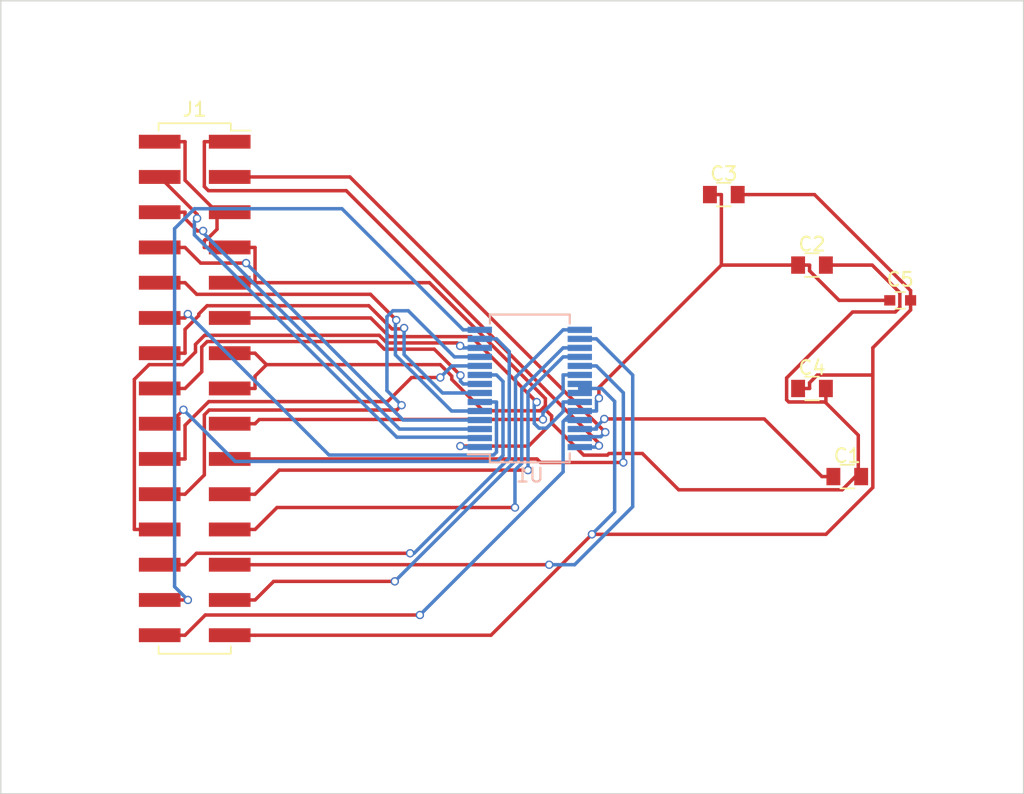
<source format=kicad_pcb>
(kicad_pcb (version 4) (host pcbnew 4.0.6)

  (general
    (links 42)
    (no_connects 0)
    (area 120.599999 77.419999 194.360001 134.670001)
    (thickness 1.6)
    (drawings 4)
    (tracks 321)
    (zones 0)
    (modules 7)
    (nets 27)
  )

  (page A4)
  (layers
    (0 F.Cu signal)
    (31 B.Cu signal)
    (32 B.Adhes user)
    (33 F.Adhes user)
    (34 B.Paste user)
    (35 F.Paste user)
    (36 B.SilkS user)
    (37 F.SilkS user)
    (38 B.Mask user)
    (39 F.Mask user)
    (40 Dwgs.User user)
    (41 Cmts.User user)
    (42 Eco1.User user)
    (43 Eco2.User user)
    (44 Edge.Cuts user)
    (45 Margin user)
    (46 B.CrtYd user)
    (47 F.CrtYd user)
    (48 B.Fab user)
    (49 F.Fab user)
  )

  (setup
    (last_trace_width 0.25)
    (trace_clearance 0.2)
    (zone_clearance 0.508)
    (zone_45_only no)
    (trace_min 0.2)
    (segment_width 0.1)
    (edge_width 0.1)
    (via_size 0.6)
    (via_drill 0.4)
    (via_min_size 0.4)
    (via_min_drill 0.3)
    (uvia_size 0.3)
    (uvia_drill 0.1)
    (uvias_allowed no)
    (uvia_min_size 0.2)
    (uvia_min_drill 0.1)
    (pcb_text_width 0.3)
    (pcb_text_size 1.5 1.5)
    (mod_edge_width 0.15)
    (mod_text_size 1 1)
    (mod_text_width 0.15)
    (pad_size 1.5 1.5)
    (pad_drill 0.6)
    (pad_to_mask_clearance 0)
    (aux_axis_origin 0 0)
    (visible_elements 7FFFFFFF)
    (pcbplotparams
      (layerselection 0x00030_80000001)
      (usegerberextensions false)
      (excludeedgelayer true)
      (linewidth 0.100000)
      (plotframeref false)
      (viasonmask false)
      (mode 1)
      (useauxorigin false)
      (hpglpennumber 1)
      (hpglpenspeed 20)
      (hpglpendiameter 15)
      (hpglpenoverlay 2)
      (psnegative false)
      (psa4output false)
      (plotreference true)
      (plotvalue true)
      (plotinvisibletext false)
      (padsonsilk false)
      (subtractmaskfromsilk false)
      (outputformat 1)
      (mirror false)
      (drillshape 1)
      (scaleselection 1)
      (outputdirectory ""))
  )

  (net 0 "")
  (net 1 "Net-(C1-Pad1)")
  (net 2 /analog-ground)
  (net 3 /lower-ref-V)
  (net 4 /upper-ref-V)
  (net 5 "Net-(J1-Pad1)")
  (net 6 "Net-(J1-Pad3)")
  (net 7 "Net-(J1-Pad4)")
  (net 8 "Net-(J1-Pad6)")
  (net 9 "Net-(J1-Pad8)")
  (net 10 "Net-(J1-Pad10)")
  (net 11 "Net-(J1-Pad11)")
  (net 12 "Net-(J1-Pad12)")
  (net 13 "Net-(J1-Pad14)")
  (net 14 "Net-(J1-Pad16)")
  (net 15 "Net-(J1-Pad17)")
  (net 16 "Net-(J1-Pad18)")
  (net 17 "Net-(J1-Pad19)")
  (net 18 "Net-(J1-Pad20)")
  (net 19 "Net-(J1-Pad21)")
  (net 20 "Net-(J1-Pad22)")
  (net 21 "Net-(J1-Pad23)")
  (net 22 "Net-(J1-Pad24)")
  (net 23 "Net-(J1-Pad25)")
  (net 24 "Net-(J1-Pad26)")
  (net 25 "Net-(J1-Pad27)")
  (net 26 "Net-(J1-Pad28)")

  (net_class Default "This is the default net class."
    (clearance 0.2)
    (trace_width 0.25)
    (via_dia 0.6)
    (via_drill 0.4)
    (uvia_dia 0.3)
    (uvia_drill 0.1)
    (add_net /analog-ground)
    (add_net /lower-ref-V)
    (add_net /upper-ref-V)
    (add_net "Net-(C1-Pad1)")
    (add_net "Net-(J1-Pad1)")
    (add_net "Net-(J1-Pad10)")
    (add_net "Net-(J1-Pad11)")
    (add_net "Net-(J1-Pad12)")
    (add_net "Net-(J1-Pad14)")
    (add_net "Net-(J1-Pad16)")
    (add_net "Net-(J1-Pad17)")
    (add_net "Net-(J1-Pad18)")
    (add_net "Net-(J1-Pad19)")
    (add_net "Net-(J1-Pad20)")
    (add_net "Net-(J1-Pad21)")
    (add_net "Net-(J1-Pad22)")
    (add_net "Net-(J1-Pad23)")
    (add_net "Net-(J1-Pad24)")
    (add_net "Net-(J1-Pad25)")
    (add_net "Net-(J1-Pad26)")
    (add_net "Net-(J1-Pad27)")
    (add_net "Net-(J1-Pad28)")
    (add_net "Net-(J1-Pad3)")
    (add_net "Net-(J1-Pad4)")
    (add_net "Net-(J1-Pad6)")
    (add_net "Net-(J1-Pad8)")
  )

  (module Capacitors_SMD:C_0805 (layer F.Cu) (tedit 58AA8463) (tstamp 5988E382)
    (at 181.61 111.76)
    (descr "Capacitor SMD 0805, reflow soldering, AVX (see smccp.pdf)")
    (tags "capacitor 0805")
    (path /5986FFEB)
    (attr smd)
    (fp_text reference C1 (at 0 -1.5) (layer F.SilkS)
      (effects (font (size 1 1) (thickness 0.15)))
    )
    (fp_text value 0.1uF (at 0 1.75) (layer F.Fab)
      (effects (font (size 1 1) (thickness 0.15)))
    )
    (fp_text user %R (at 0 -1.5) (layer F.Fab)
      (effects (font (size 1 1) (thickness 0.15)))
    )
    (fp_line (start -1 0.62) (end -1 -0.62) (layer F.Fab) (width 0.1))
    (fp_line (start 1 0.62) (end -1 0.62) (layer F.Fab) (width 0.1))
    (fp_line (start 1 -0.62) (end 1 0.62) (layer F.Fab) (width 0.1))
    (fp_line (start -1 -0.62) (end 1 -0.62) (layer F.Fab) (width 0.1))
    (fp_line (start 0.5 -0.85) (end -0.5 -0.85) (layer F.SilkS) (width 0.12))
    (fp_line (start -0.5 0.85) (end 0.5 0.85) (layer F.SilkS) (width 0.12))
    (fp_line (start -1.75 -0.88) (end 1.75 -0.88) (layer F.CrtYd) (width 0.05))
    (fp_line (start -1.75 -0.88) (end -1.75 0.87) (layer F.CrtYd) (width 0.05))
    (fp_line (start 1.75 0.87) (end 1.75 -0.88) (layer F.CrtYd) (width 0.05))
    (fp_line (start 1.75 0.87) (end -1.75 0.87) (layer F.CrtYd) (width 0.05))
    (pad 1 smd rect (at -1 0) (size 1 1.25) (layers F.Cu F.Paste F.Mask)
      (net 1 "Net-(C1-Pad1)"))
    (pad 2 smd rect (at 1 0) (size 1 1.25) (layers F.Cu F.Paste F.Mask)
      (net 2 /analog-ground))
    (model Capacitors_SMD.3dshapes/C_0805.wrl
      (at (xyz 0 0 0))
      (scale (xyz 1 1 1))
      (rotate (xyz 0 0 0))
    )
  )

  (module Capacitors_SMD:C_0805 (layer F.Cu) (tedit 58AA8463) (tstamp 5988E388)
    (at 179.07 96.52)
    (descr "Capacitor SMD 0805, reflow soldering, AVX (see smccp.pdf)")
    (tags "capacitor 0805")
    (path /598706E8)
    (attr smd)
    (fp_text reference C2 (at 0 -1.5) (layer F.SilkS)
      (effects (font (size 1 1) (thickness 0.15)))
    )
    (fp_text value 0.1uF (at 0 1.75) (layer F.Fab)
      (effects (font (size 1 1) (thickness 0.15)))
    )
    (fp_text user %R (at 0 -1.5) (layer F.Fab)
      (effects (font (size 1 1) (thickness 0.15)))
    )
    (fp_line (start -1 0.62) (end -1 -0.62) (layer F.Fab) (width 0.1))
    (fp_line (start 1 0.62) (end -1 0.62) (layer F.Fab) (width 0.1))
    (fp_line (start 1 -0.62) (end 1 0.62) (layer F.Fab) (width 0.1))
    (fp_line (start -1 -0.62) (end 1 -0.62) (layer F.Fab) (width 0.1))
    (fp_line (start 0.5 -0.85) (end -0.5 -0.85) (layer F.SilkS) (width 0.12))
    (fp_line (start -0.5 0.85) (end 0.5 0.85) (layer F.SilkS) (width 0.12))
    (fp_line (start -1.75 -0.88) (end 1.75 -0.88) (layer F.CrtYd) (width 0.05))
    (fp_line (start -1.75 -0.88) (end -1.75 0.87) (layer F.CrtYd) (width 0.05))
    (fp_line (start 1.75 0.87) (end 1.75 -0.88) (layer F.CrtYd) (width 0.05))
    (fp_line (start 1.75 0.87) (end -1.75 0.87) (layer F.CrtYd) (width 0.05))
    (pad 1 smd rect (at -1 0) (size 1 1.25) (layers F.Cu F.Paste F.Mask)
      (net 3 /lower-ref-V))
    (pad 2 smd rect (at 1 0) (size 1 1.25) (layers F.Cu F.Paste F.Mask)
      (net 2 /analog-ground))
    (model Capacitors_SMD.3dshapes/C_0805.wrl
      (at (xyz 0 0 0))
      (scale (xyz 1 1 1))
      (rotate (xyz 0 0 0))
    )
  )

  (module Capacitors_SMD:C_0805 (layer F.Cu) (tedit 58AA8463) (tstamp 5988E38E)
    (at 172.72 91.44)
    (descr "Capacitor SMD 0805, reflow soldering, AVX (see smccp.pdf)")
    (tags "capacitor 0805")
    (path /598707D4)
    (attr smd)
    (fp_text reference C3 (at 0 -1.5) (layer F.SilkS)
      (effects (font (size 1 1) (thickness 0.15)))
    )
    (fp_text value 0.1uF (at 0 1.75) (layer F.Fab)
      (effects (font (size 1 1) (thickness 0.15)))
    )
    (fp_text user %R (at 0 -1.5) (layer F.Fab)
      (effects (font (size 1 1) (thickness 0.15)))
    )
    (fp_line (start -1 0.62) (end -1 -0.62) (layer F.Fab) (width 0.1))
    (fp_line (start 1 0.62) (end -1 0.62) (layer F.Fab) (width 0.1))
    (fp_line (start 1 -0.62) (end 1 0.62) (layer F.Fab) (width 0.1))
    (fp_line (start -1 -0.62) (end 1 -0.62) (layer F.Fab) (width 0.1))
    (fp_line (start 0.5 -0.85) (end -0.5 -0.85) (layer F.SilkS) (width 0.12))
    (fp_line (start -0.5 0.85) (end 0.5 0.85) (layer F.SilkS) (width 0.12))
    (fp_line (start -1.75 -0.88) (end 1.75 -0.88) (layer F.CrtYd) (width 0.05))
    (fp_line (start -1.75 -0.88) (end -1.75 0.87) (layer F.CrtYd) (width 0.05))
    (fp_line (start 1.75 0.87) (end 1.75 -0.88) (layer F.CrtYd) (width 0.05))
    (fp_line (start 1.75 0.87) (end -1.75 0.87) (layer F.CrtYd) (width 0.05))
    (pad 1 smd rect (at -1 0) (size 1 1.25) (layers F.Cu F.Paste F.Mask)
      (net 3 /lower-ref-V))
    (pad 2 smd rect (at 1 0) (size 1 1.25) (layers F.Cu F.Paste F.Mask)
      (net 4 /upper-ref-V))
    (model Capacitors_SMD.3dshapes/C_0805.wrl
      (at (xyz 0 0 0))
      (scale (xyz 1 1 1))
      (rotate (xyz 0 0 0))
    )
  )

  (module Capacitors_SMD:C_0805 (layer F.Cu) (tedit 58AA8463) (tstamp 5988E394)
    (at 179.07 105.41)
    (descr "Capacitor SMD 0805, reflow soldering, AVX (see smccp.pdf)")
    (tags "capacitor 0805")
    (path /59870C94)
    (attr smd)
    (fp_text reference C4 (at 0 -1.5) (layer F.SilkS)
      (effects (font (size 1 1) (thickness 0.15)))
    )
    (fp_text value 0.1uF (at 0 1.75) (layer F.Fab)
      (effects (font (size 1 1) (thickness 0.15)))
    )
    (fp_text user %R (at 0 -1.5) (layer F.Fab)
      (effects (font (size 1 1) (thickness 0.15)))
    )
    (fp_line (start -1 0.62) (end -1 -0.62) (layer F.Fab) (width 0.1))
    (fp_line (start 1 0.62) (end -1 0.62) (layer F.Fab) (width 0.1))
    (fp_line (start 1 -0.62) (end 1 0.62) (layer F.Fab) (width 0.1))
    (fp_line (start -1 -0.62) (end 1 -0.62) (layer F.Fab) (width 0.1))
    (fp_line (start 0.5 -0.85) (end -0.5 -0.85) (layer F.SilkS) (width 0.12))
    (fp_line (start -0.5 0.85) (end 0.5 0.85) (layer F.SilkS) (width 0.12))
    (fp_line (start -1.75 -0.88) (end 1.75 -0.88) (layer F.CrtYd) (width 0.05))
    (fp_line (start -1.75 -0.88) (end -1.75 0.87) (layer F.CrtYd) (width 0.05))
    (fp_line (start 1.75 0.87) (end 1.75 -0.88) (layer F.CrtYd) (width 0.05))
    (fp_line (start 1.75 0.87) (end -1.75 0.87) (layer F.CrtYd) (width 0.05))
    (pad 1 smd rect (at -1 0) (size 1 1.25) (layers F.Cu F.Paste F.Mask)
      (net 4 /upper-ref-V))
    (pad 2 smd rect (at 1 0) (size 1 1.25) (layers F.Cu F.Paste F.Mask)
      (net 2 /analog-ground))
    (model Capacitors_SMD.3dshapes/C_0805.wrl
      (at (xyz 0 0 0))
      (scale (xyz 1 1 1))
      (rotate (xyz 0 0 0))
    )
  )

  (module Capacitors_SMD:C_0603 (layer F.Cu) (tedit 58AA844E) (tstamp 5988E39A)
    (at 185.42 99.06)
    (descr "Capacitor SMD 0603, reflow soldering, AVX (see smccp.pdf)")
    (tags "capacitor 0603")
    (path /59870B4F)
    (attr smd)
    (fp_text reference C5 (at 0 -1.5) (layer F.SilkS)
      (effects (font (size 1 1) (thickness 0.15)))
    )
    (fp_text value 10uF (at 0 1.5) (layer F.Fab)
      (effects (font (size 1 1) (thickness 0.15)))
    )
    (fp_text user %R (at 0 -1.5) (layer F.Fab)
      (effects (font (size 1 1) (thickness 0.15)))
    )
    (fp_line (start -0.8 0.4) (end -0.8 -0.4) (layer F.Fab) (width 0.1))
    (fp_line (start 0.8 0.4) (end -0.8 0.4) (layer F.Fab) (width 0.1))
    (fp_line (start 0.8 -0.4) (end 0.8 0.4) (layer F.Fab) (width 0.1))
    (fp_line (start -0.8 -0.4) (end 0.8 -0.4) (layer F.Fab) (width 0.1))
    (fp_line (start -0.35 -0.6) (end 0.35 -0.6) (layer F.SilkS) (width 0.12))
    (fp_line (start 0.35 0.6) (end -0.35 0.6) (layer F.SilkS) (width 0.12))
    (fp_line (start -1.4 -0.65) (end 1.4 -0.65) (layer F.CrtYd) (width 0.05))
    (fp_line (start -1.4 -0.65) (end -1.4 0.65) (layer F.CrtYd) (width 0.05))
    (fp_line (start 1.4 0.65) (end 1.4 -0.65) (layer F.CrtYd) (width 0.05))
    (fp_line (start 1.4 0.65) (end -1.4 0.65) (layer F.CrtYd) (width 0.05))
    (pad 1 smd rect (at -0.75 0) (size 0.8 0.75) (layers F.Cu F.Paste F.Mask)
      (net 3 /lower-ref-V))
    (pad 2 smd rect (at 0.75 0) (size 0.8 0.75) (layers F.Cu F.Paste F.Mask)
      (net 4 /upper-ref-V))
    (model Capacitors_SMD.3dshapes/C_0603.wrl
      (at (xyz 0 0 0))
      (scale (xyz 1 1 1))
      (rotate (xyz 0 0 0))
    )
  )

  (module Socket_Strips:Socket_Strip_Straight_2x15_Pitch2.54mm_SMD (layer F.Cu) (tedit 58CD5449) (tstamp 5988E444)
    (at 134.62 105.41)
    (descr "surface-mounted straight socket strip, 2x15, 2.54mm pitch, double rows")
    (tags "Surface mounted socket strip SMD 2x15 2.54mm double row")
    (path /5986F0F6)
    (attr smd)
    (fp_text reference J1 (at 0 -20.11) (layer F.SilkS)
      (effects (font (size 1 1) (thickness 0.15)))
    )
    (fp_text value CONN_02X15 (at 0 20.11) (layer F.Fab)
      (effects (font (size 1 1) (thickness 0.15)))
    )
    (fp_line (start -2.54 -19.05) (end -2.54 19.05) (layer F.Fab) (width 0.1))
    (fp_line (start -2.54 19.05) (end 2.54 19.05) (layer F.Fab) (width 0.1))
    (fp_line (start 2.54 19.05) (end 2.54 -19.05) (layer F.Fab) (width 0.1))
    (fp_line (start 2.54 -19.05) (end -2.54 -19.05) (layer F.Fab) (width 0.1))
    (fp_line (start -2.54 -18.1) (end -2.54 -17.46) (layer F.Fab) (width 0.1))
    (fp_line (start -2.54 -17.46) (end -3.92 -17.46) (layer F.Fab) (width 0.1))
    (fp_line (start -3.92 -17.46) (end -3.92 -18.1) (layer F.Fab) (width 0.1))
    (fp_line (start -3.92 -18.1) (end -2.54 -18.1) (layer F.Fab) (width 0.1))
    (fp_line (start 2.54 -18.1) (end 2.54 -17.46) (layer F.Fab) (width 0.1))
    (fp_line (start 2.54 -17.46) (end 3.92 -17.46) (layer F.Fab) (width 0.1))
    (fp_line (start 3.92 -17.46) (end 3.92 -18.1) (layer F.Fab) (width 0.1))
    (fp_line (start 3.92 -18.1) (end 2.54 -18.1) (layer F.Fab) (width 0.1))
    (fp_line (start -2.54 -15.56) (end -2.54 -14.92) (layer F.Fab) (width 0.1))
    (fp_line (start -2.54 -14.92) (end -3.92 -14.92) (layer F.Fab) (width 0.1))
    (fp_line (start -3.92 -14.92) (end -3.92 -15.56) (layer F.Fab) (width 0.1))
    (fp_line (start -3.92 -15.56) (end -2.54 -15.56) (layer F.Fab) (width 0.1))
    (fp_line (start 2.54 -15.56) (end 2.54 -14.92) (layer F.Fab) (width 0.1))
    (fp_line (start 2.54 -14.92) (end 3.92 -14.92) (layer F.Fab) (width 0.1))
    (fp_line (start 3.92 -14.92) (end 3.92 -15.56) (layer F.Fab) (width 0.1))
    (fp_line (start 3.92 -15.56) (end 2.54 -15.56) (layer F.Fab) (width 0.1))
    (fp_line (start -2.54 -13.02) (end -2.54 -12.38) (layer F.Fab) (width 0.1))
    (fp_line (start -2.54 -12.38) (end -3.92 -12.38) (layer F.Fab) (width 0.1))
    (fp_line (start -3.92 -12.38) (end -3.92 -13.02) (layer F.Fab) (width 0.1))
    (fp_line (start -3.92 -13.02) (end -2.54 -13.02) (layer F.Fab) (width 0.1))
    (fp_line (start 2.54 -13.02) (end 2.54 -12.38) (layer F.Fab) (width 0.1))
    (fp_line (start 2.54 -12.38) (end 3.92 -12.38) (layer F.Fab) (width 0.1))
    (fp_line (start 3.92 -12.38) (end 3.92 -13.02) (layer F.Fab) (width 0.1))
    (fp_line (start 3.92 -13.02) (end 2.54 -13.02) (layer F.Fab) (width 0.1))
    (fp_line (start -2.54 -10.48) (end -2.54 -9.84) (layer F.Fab) (width 0.1))
    (fp_line (start -2.54 -9.84) (end -3.92 -9.84) (layer F.Fab) (width 0.1))
    (fp_line (start -3.92 -9.84) (end -3.92 -10.48) (layer F.Fab) (width 0.1))
    (fp_line (start -3.92 -10.48) (end -2.54 -10.48) (layer F.Fab) (width 0.1))
    (fp_line (start 2.54 -10.48) (end 2.54 -9.84) (layer F.Fab) (width 0.1))
    (fp_line (start 2.54 -9.84) (end 3.92 -9.84) (layer F.Fab) (width 0.1))
    (fp_line (start 3.92 -9.84) (end 3.92 -10.48) (layer F.Fab) (width 0.1))
    (fp_line (start 3.92 -10.48) (end 2.54 -10.48) (layer F.Fab) (width 0.1))
    (fp_line (start -2.54 -7.94) (end -2.54 -7.3) (layer F.Fab) (width 0.1))
    (fp_line (start -2.54 -7.3) (end -3.92 -7.3) (layer F.Fab) (width 0.1))
    (fp_line (start -3.92 -7.3) (end -3.92 -7.94) (layer F.Fab) (width 0.1))
    (fp_line (start -3.92 -7.94) (end -2.54 -7.94) (layer F.Fab) (width 0.1))
    (fp_line (start 2.54 -7.94) (end 2.54 -7.3) (layer F.Fab) (width 0.1))
    (fp_line (start 2.54 -7.3) (end 3.92 -7.3) (layer F.Fab) (width 0.1))
    (fp_line (start 3.92 -7.3) (end 3.92 -7.94) (layer F.Fab) (width 0.1))
    (fp_line (start 3.92 -7.94) (end 2.54 -7.94) (layer F.Fab) (width 0.1))
    (fp_line (start -2.54 -5.4) (end -2.54 -4.76) (layer F.Fab) (width 0.1))
    (fp_line (start -2.54 -4.76) (end -3.92 -4.76) (layer F.Fab) (width 0.1))
    (fp_line (start -3.92 -4.76) (end -3.92 -5.4) (layer F.Fab) (width 0.1))
    (fp_line (start -3.92 -5.4) (end -2.54 -5.4) (layer F.Fab) (width 0.1))
    (fp_line (start 2.54 -5.4) (end 2.54 -4.76) (layer F.Fab) (width 0.1))
    (fp_line (start 2.54 -4.76) (end 3.92 -4.76) (layer F.Fab) (width 0.1))
    (fp_line (start 3.92 -4.76) (end 3.92 -5.4) (layer F.Fab) (width 0.1))
    (fp_line (start 3.92 -5.4) (end 2.54 -5.4) (layer F.Fab) (width 0.1))
    (fp_line (start -2.54 -2.86) (end -2.54 -2.22) (layer F.Fab) (width 0.1))
    (fp_line (start -2.54 -2.22) (end -3.92 -2.22) (layer F.Fab) (width 0.1))
    (fp_line (start -3.92 -2.22) (end -3.92 -2.86) (layer F.Fab) (width 0.1))
    (fp_line (start -3.92 -2.86) (end -2.54 -2.86) (layer F.Fab) (width 0.1))
    (fp_line (start 2.54 -2.86) (end 2.54 -2.22) (layer F.Fab) (width 0.1))
    (fp_line (start 2.54 -2.22) (end 3.92 -2.22) (layer F.Fab) (width 0.1))
    (fp_line (start 3.92 -2.22) (end 3.92 -2.86) (layer F.Fab) (width 0.1))
    (fp_line (start 3.92 -2.86) (end 2.54 -2.86) (layer F.Fab) (width 0.1))
    (fp_line (start -2.54 -0.32) (end -2.54 0.32) (layer F.Fab) (width 0.1))
    (fp_line (start -2.54 0.32) (end -3.92 0.32) (layer F.Fab) (width 0.1))
    (fp_line (start -3.92 0.32) (end -3.92 -0.32) (layer F.Fab) (width 0.1))
    (fp_line (start -3.92 -0.32) (end -2.54 -0.32) (layer F.Fab) (width 0.1))
    (fp_line (start 2.54 -0.32) (end 2.54 0.32) (layer F.Fab) (width 0.1))
    (fp_line (start 2.54 0.32) (end 3.92 0.32) (layer F.Fab) (width 0.1))
    (fp_line (start 3.92 0.32) (end 3.92 -0.32) (layer F.Fab) (width 0.1))
    (fp_line (start 3.92 -0.32) (end 2.54 -0.32) (layer F.Fab) (width 0.1))
    (fp_line (start -2.54 2.22) (end -2.54 2.86) (layer F.Fab) (width 0.1))
    (fp_line (start -2.54 2.86) (end -3.92 2.86) (layer F.Fab) (width 0.1))
    (fp_line (start -3.92 2.86) (end -3.92 2.22) (layer F.Fab) (width 0.1))
    (fp_line (start -3.92 2.22) (end -2.54 2.22) (layer F.Fab) (width 0.1))
    (fp_line (start 2.54 2.22) (end 2.54 2.86) (layer F.Fab) (width 0.1))
    (fp_line (start 2.54 2.86) (end 3.92 2.86) (layer F.Fab) (width 0.1))
    (fp_line (start 3.92 2.86) (end 3.92 2.22) (layer F.Fab) (width 0.1))
    (fp_line (start 3.92 2.22) (end 2.54 2.22) (layer F.Fab) (width 0.1))
    (fp_line (start -2.54 4.76) (end -2.54 5.4) (layer F.Fab) (width 0.1))
    (fp_line (start -2.54 5.4) (end -3.92 5.4) (layer F.Fab) (width 0.1))
    (fp_line (start -3.92 5.4) (end -3.92 4.76) (layer F.Fab) (width 0.1))
    (fp_line (start -3.92 4.76) (end -2.54 4.76) (layer F.Fab) (width 0.1))
    (fp_line (start 2.54 4.76) (end 2.54 5.4) (layer F.Fab) (width 0.1))
    (fp_line (start 2.54 5.4) (end 3.92 5.4) (layer F.Fab) (width 0.1))
    (fp_line (start 3.92 5.4) (end 3.92 4.76) (layer F.Fab) (width 0.1))
    (fp_line (start 3.92 4.76) (end 2.54 4.76) (layer F.Fab) (width 0.1))
    (fp_line (start -2.54 7.3) (end -2.54 7.94) (layer F.Fab) (width 0.1))
    (fp_line (start -2.54 7.94) (end -3.92 7.94) (layer F.Fab) (width 0.1))
    (fp_line (start -3.92 7.94) (end -3.92 7.3) (layer F.Fab) (width 0.1))
    (fp_line (start -3.92 7.3) (end -2.54 7.3) (layer F.Fab) (width 0.1))
    (fp_line (start 2.54 7.3) (end 2.54 7.94) (layer F.Fab) (width 0.1))
    (fp_line (start 2.54 7.94) (end 3.92 7.94) (layer F.Fab) (width 0.1))
    (fp_line (start 3.92 7.94) (end 3.92 7.3) (layer F.Fab) (width 0.1))
    (fp_line (start 3.92 7.3) (end 2.54 7.3) (layer F.Fab) (width 0.1))
    (fp_line (start -2.54 9.84) (end -2.54 10.48) (layer F.Fab) (width 0.1))
    (fp_line (start -2.54 10.48) (end -3.92 10.48) (layer F.Fab) (width 0.1))
    (fp_line (start -3.92 10.48) (end -3.92 9.84) (layer F.Fab) (width 0.1))
    (fp_line (start -3.92 9.84) (end -2.54 9.84) (layer F.Fab) (width 0.1))
    (fp_line (start 2.54 9.84) (end 2.54 10.48) (layer F.Fab) (width 0.1))
    (fp_line (start 2.54 10.48) (end 3.92 10.48) (layer F.Fab) (width 0.1))
    (fp_line (start 3.92 10.48) (end 3.92 9.84) (layer F.Fab) (width 0.1))
    (fp_line (start 3.92 9.84) (end 2.54 9.84) (layer F.Fab) (width 0.1))
    (fp_line (start -2.54 12.38) (end -2.54 13.02) (layer F.Fab) (width 0.1))
    (fp_line (start -2.54 13.02) (end -3.92 13.02) (layer F.Fab) (width 0.1))
    (fp_line (start -3.92 13.02) (end -3.92 12.38) (layer F.Fab) (width 0.1))
    (fp_line (start -3.92 12.38) (end -2.54 12.38) (layer F.Fab) (width 0.1))
    (fp_line (start 2.54 12.38) (end 2.54 13.02) (layer F.Fab) (width 0.1))
    (fp_line (start 2.54 13.02) (end 3.92 13.02) (layer F.Fab) (width 0.1))
    (fp_line (start 3.92 13.02) (end 3.92 12.38) (layer F.Fab) (width 0.1))
    (fp_line (start 3.92 12.38) (end 2.54 12.38) (layer F.Fab) (width 0.1))
    (fp_line (start -2.54 14.92) (end -2.54 15.56) (layer F.Fab) (width 0.1))
    (fp_line (start -2.54 15.56) (end -3.92 15.56) (layer F.Fab) (width 0.1))
    (fp_line (start -3.92 15.56) (end -3.92 14.92) (layer F.Fab) (width 0.1))
    (fp_line (start -3.92 14.92) (end -2.54 14.92) (layer F.Fab) (width 0.1))
    (fp_line (start 2.54 14.92) (end 2.54 15.56) (layer F.Fab) (width 0.1))
    (fp_line (start 2.54 15.56) (end 3.92 15.56) (layer F.Fab) (width 0.1))
    (fp_line (start 3.92 15.56) (end 3.92 14.92) (layer F.Fab) (width 0.1))
    (fp_line (start 3.92 14.92) (end 2.54 14.92) (layer F.Fab) (width 0.1))
    (fp_line (start -2.54 17.46) (end -2.54 18.1) (layer F.Fab) (width 0.1))
    (fp_line (start -2.54 18.1) (end -3.92 18.1) (layer F.Fab) (width 0.1))
    (fp_line (start -3.92 18.1) (end -3.92 17.46) (layer F.Fab) (width 0.1))
    (fp_line (start -3.92 17.46) (end -2.54 17.46) (layer F.Fab) (width 0.1))
    (fp_line (start 2.54 17.46) (end 2.54 18.1) (layer F.Fab) (width 0.1))
    (fp_line (start 2.54 18.1) (end 3.92 18.1) (layer F.Fab) (width 0.1))
    (fp_line (start 3.92 18.1) (end 3.92 17.46) (layer F.Fab) (width 0.1))
    (fp_line (start 3.92 17.46) (end 2.54 17.46) (layer F.Fab) (width 0.1))
    (fp_line (start -2.6 -18.58) (end -2.6 -19.11) (layer F.SilkS) (width 0.12))
    (fp_line (start -2.6 -19.11) (end 2.6 -19.11) (layer F.SilkS) (width 0.12))
    (fp_line (start 2.6 -19.11) (end 2.6 -18.58) (layer F.SilkS) (width 0.12))
    (fp_line (start -2.6 18.58) (end -2.6 19.11) (layer F.SilkS) (width 0.12))
    (fp_line (start -2.6 19.11) (end 2.6 19.11) (layer F.SilkS) (width 0.12))
    (fp_line (start 2.6 19.11) (end 2.6 18.58) (layer F.SilkS) (width 0.12))
    (fp_line (start 4.02 -18.58) (end 2.6 -18.58) (layer F.SilkS) (width 0.12))
    (fp_line (start -4.55 -19.6) (end -4.55 19.6) (layer F.CrtYd) (width 0.05))
    (fp_line (start -4.55 19.6) (end 4.55 19.6) (layer F.CrtYd) (width 0.05))
    (fp_line (start 4.55 19.6) (end 4.55 -19.6) (layer F.CrtYd) (width 0.05))
    (fp_line (start 4.55 -19.6) (end -4.55 -19.6) (layer F.CrtYd) (width 0.05))
    (fp_text user %R (at 0 -20.11) (layer F.Fab)
      (effects (font (size 1 1) (thickness 0.15)))
    )
    (pad 1 smd rect (at 2.52 -17.78) (size 3 1) (layers F.Cu F.Paste F.Mask)
      (net 5 "Net-(J1-Pad1)"))
    (pad 2 smd rect (at -2.52 -17.78) (size 3 1) (layers F.Cu F.Paste F.Mask)
      (net 2 /analog-ground))
    (pad 3 smd rect (at 2.52 -15.24) (size 3 1) (layers F.Cu F.Paste F.Mask)
      (net 6 "Net-(J1-Pad3)"))
    (pad 4 smd rect (at -2.52 -15.24) (size 3 1) (layers F.Cu F.Paste F.Mask)
      (net 7 "Net-(J1-Pad4)"))
    (pad 5 smd rect (at 2.52 -12.7) (size 3 1) (layers F.Cu F.Paste F.Mask)
      (net 2 /analog-ground))
    (pad 6 smd rect (at -2.52 -12.7) (size 3 1) (layers F.Cu F.Paste F.Mask)
      (net 8 "Net-(J1-Pad6)"))
    (pad 7 smd rect (at 2.52 -10.16) (size 3 1) (layers F.Cu F.Paste F.Mask)
      (net 2 /analog-ground))
    (pad 8 smd rect (at -2.52 -10.16) (size 3 1) (layers F.Cu F.Paste F.Mask)
      (net 9 "Net-(J1-Pad8)"))
    (pad 9 smd rect (at 2.52 -7.62) (size 3 1) (layers F.Cu F.Paste F.Mask)
      (net 2 /analog-ground))
    (pad 10 smd rect (at -2.52 -7.62) (size 3 1) (layers F.Cu F.Paste F.Mask)
      (net 10 "Net-(J1-Pad10)"))
    (pad 11 smd rect (at 2.52 -5.08) (size 3 1) (layers F.Cu F.Paste F.Mask)
      (net 11 "Net-(J1-Pad11)"))
    (pad 12 smd rect (at -2.52 -5.08) (size 3 1) (layers F.Cu F.Paste F.Mask)
      (net 12 "Net-(J1-Pad12)"))
    (pad 13 smd rect (at 2.52 -2.54) (size 3 1) (layers F.Cu F.Paste F.Mask)
      (net 2 /analog-ground))
    (pad 14 smd rect (at -2.52 -2.54) (size 3 1) (layers F.Cu F.Paste F.Mask)
      (net 13 "Net-(J1-Pad14)"))
    (pad 15 smd rect (at 2.52 0) (size 3 1) (layers F.Cu F.Paste F.Mask)
      (net 2 /analog-ground))
    (pad 16 smd rect (at -2.52 0) (size 3 1) (layers F.Cu F.Paste F.Mask)
      (net 14 "Net-(J1-Pad16)"))
    (pad 17 smd rect (at 2.52 2.54) (size 3 1) (layers F.Cu F.Paste F.Mask)
      (net 15 "Net-(J1-Pad17)"))
    (pad 18 smd rect (at -2.52 2.54) (size 3 1) (layers F.Cu F.Paste F.Mask)
      (net 16 "Net-(J1-Pad18)"))
    (pad 19 smd rect (at 2.52 5.08) (size 3 1) (layers F.Cu F.Paste F.Mask)
      (net 17 "Net-(J1-Pad19)"))
    (pad 20 smd rect (at -2.52 5.08) (size 3 1) (layers F.Cu F.Paste F.Mask)
      (net 18 "Net-(J1-Pad20)"))
    (pad 21 smd rect (at 2.52 7.62) (size 3 1) (layers F.Cu F.Paste F.Mask)
      (net 19 "Net-(J1-Pad21)"))
    (pad 22 smd rect (at -2.52 7.62) (size 3 1) (layers F.Cu F.Paste F.Mask)
      (net 20 "Net-(J1-Pad22)"))
    (pad 23 smd rect (at 2.52 10.16) (size 3 1) (layers F.Cu F.Paste F.Mask)
      (net 21 "Net-(J1-Pad23)"))
    (pad 24 smd rect (at -2.52 10.16) (size 3 1) (layers F.Cu F.Paste F.Mask)
      (net 22 "Net-(J1-Pad24)"))
    (pad 25 smd rect (at 2.52 12.7) (size 3 1) (layers F.Cu F.Paste F.Mask)
      (net 23 "Net-(J1-Pad25)"))
    (pad 26 smd rect (at -2.52 12.7) (size 3 1) (layers F.Cu F.Paste F.Mask)
      (net 24 "Net-(J1-Pad26)"))
    (pad 27 smd rect (at 2.52 15.24) (size 3 1) (layers F.Cu F.Paste F.Mask)
      (net 25 "Net-(J1-Pad27)"))
    (pad 28 smd rect (at -2.52 15.24) (size 3 1) (layers F.Cu F.Paste F.Mask)
      (net 26 "Net-(J1-Pad28)"))
    (pad 29 smd rect (at 2.52 17.78) (size 3 1) (layers F.Cu F.Paste F.Mask)
      (net 4 /upper-ref-V))
    (pad 30 smd rect (at -2.52 17.78) (size 3 1) (layers F.Cu F.Paste F.Mask)
      (net 3 /lower-ref-V))
    (model ${KISYS3DMOD}/Socket_Strips.3dshapes/Socket_Strip_Straight_2x15_Pitch2.54mm_SMD.wrl
      (at (xyz 0 0 0))
      (scale (xyz 1 1 1))
      (rotate (xyz 0 0 0))
    )
  )

  (module Housings_SSOP:SSOP-28_5.3x10.2mm_Pitch0.65mm (layer B.Cu) (tedit 54130A77) (tstamp 5988E475)
    (at 158.75 105.41)
    (descr "28-Lead Plastic Shrink Small Outline (SS)-5.30 mm Body [SSOP] (see Microchip Packaging Specification 00000049BS.pdf)")
    (tags "SSOP 0.65")
    (path /5986F078)
    (attr smd)
    (fp_text reference U1 (at 0 6.25) (layer B.SilkS)
      (effects (font (size 1 1) (thickness 0.15)) (justify mirror))
    )
    (fp_text value AD9200JRSZ (at 0 -6.25) (layer B.Fab)
      (effects (font (size 1 1) (thickness 0.15)) (justify mirror))
    )
    (fp_line (start -1.65 5.1) (end 2.65 5.1) (layer B.Fab) (width 0.15))
    (fp_line (start 2.65 5.1) (end 2.65 -5.1) (layer B.Fab) (width 0.15))
    (fp_line (start 2.65 -5.1) (end -2.65 -5.1) (layer B.Fab) (width 0.15))
    (fp_line (start -2.65 -5.1) (end -2.65 4.1) (layer B.Fab) (width 0.15))
    (fp_line (start -2.65 4.1) (end -1.65 5.1) (layer B.Fab) (width 0.15))
    (fp_line (start -4.75 5.5) (end -4.75 -5.5) (layer B.CrtYd) (width 0.05))
    (fp_line (start 4.75 5.5) (end 4.75 -5.5) (layer B.CrtYd) (width 0.05))
    (fp_line (start -4.75 5.5) (end 4.75 5.5) (layer B.CrtYd) (width 0.05))
    (fp_line (start -4.75 -5.5) (end 4.75 -5.5) (layer B.CrtYd) (width 0.05))
    (fp_line (start -2.875 5.325) (end -2.875 4.75) (layer B.SilkS) (width 0.15))
    (fp_line (start 2.875 5.325) (end 2.875 4.675) (layer B.SilkS) (width 0.15))
    (fp_line (start 2.875 -5.325) (end 2.875 -4.675) (layer B.SilkS) (width 0.15))
    (fp_line (start -2.875 -5.325) (end -2.875 -4.675) (layer B.SilkS) (width 0.15))
    (fp_line (start -2.875 5.325) (end 2.875 5.325) (layer B.SilkS) (width 0.15))
    (fp_line (start -2.875 -5.325) (end 2.875 -5.325) (layer B.SilkS) (width 0.15))
    (fp_line (start -2.875 4.75) (end -4.475 4.75) (layer B.SilkS) (width 0.15))
    (fp_text user %R (at 0 0) (layer B.Fab)
      (effects (font (size 0.8 0.8) (thickness 0.15)) (justify mirror))
    )
    (pad 1 smd rect (at -3.6 4.225) (size 1.75 0.45) (layers B.Cu B.Paste B.Mask)
      (net 2 /analog-ground))
    (pad 2 smd rect (at -3.6 3.575) (size 1.75 0.45) (layers B.Cu B.Paste B.Mask)
      (net 7 "Net-(J1-Pad4)"))
    (pad 3 smd rect (at -3.6 2.925) (size 1.75 0.45) (layers B.Cu B.Paste B.Mask)
      (net 8 "Net-(J1-Pad6)"))
    (pad 4 smd rect (at -3.6 2.275) (size 1.75 0.45) (layers B.Cu B.Paste B.Mask)
      (net 9 "Net-(J1-Pad8)"))
    (pad 5 smd rect (at -3.6 1.625) (size 1.75 0.45) (layers B.Cu B.Paste B.Mask)
      (net 10 "Net-(J1-Pad10)"))
    (pad 6 smd rect (at -3.6 0.975) (size 1.75 0.45) (layers B.Cu B.Paste B.Mask)
      (net 12 "Net-(J1-Pad12)"))
    (pad 7 smd rect (at -3.6 0.325) (size 1.75 0.45) (layers B.Cu B.Paste B.Mask)
      (net 13 "Net-(J1-Pad14)"))
    (pad 8 smd rect (at -3.6 -0.325) (size 1.75 0.45) (layers B.Cu B.Paste B.Mask)
      (net 14 "Net-(J1-Pad16)"))
    (pad 9 smd rect (at -3.6 -0.975) (size 1.75 0.45) (layers B.Cu B.Paste B.Mask)
      (net 16 "Net-(J1-Pad18)"))
    (pad 10 smd rect (at -3.6 -1.625) (size 1.75 0.45) (layers B.Cu B.Paste B.Mask)
      (net 18 "Net-(J1-Pad20)"))
    (pad 11 smd rect (at -3.6 -2.275) (size 1.75 0.45) (layers B.Cu B.Paste B.Mask)
      (net 20 "Net-(J1-Pad22)"))
    (pad 12 smd rect (at -3.6 -2.925) (size 1.75 0.45) (layers B.Cu B.Paste B.Mask)
      (net 22 "Net-(J1-Pad24)"))
    (pad 13 smd rect (at -3.6 -3.575) (size 1.75 0.45) (layers B.Cu B.Paste B.Mask)
      (net 24 "Net-(J1-Pad26)"))
    (pad 14 smd rect (at -3.6 -4.225) (size 1.75 0.45) (layers B.Cu B.Paste B.Mask)
      (net 26 "Net-(J1-Pad28)"))
    (pad 15 smd rect (at 3.6 -4.225) (size 1.75 0.45) (layers B.Cu B.Paste B.Mask)
      (net 25 "Net-(J1-Pad27)"))
    (pad 16 smd rect (at 3.6 -3.575) (size 1.75 0.45) (layers B.Cu B.Paste B.Mask)
      (net 23 "Net-(J1-Pad25)"))
    (pad 17 smd rect (at 3.6 -2.925) (size 1.75 0.45) (layers B.Cu B.Paste B.Mask)
      (net 21 "Net-(J1-Pad23)"))
    (pad 18 smd rect (at 3.6 -2.275) (size 1.75 0.45) (layers B.Cu B.Paste B.Mask)
      (net 19 "Net-(J1-Pad21)"))
    (pad 19 smd rect (at 3.6 -1.625) (size 1.75 0.45) (layers B.Cu B.Paste B.Mask)
      (net 17 "Net-(J1-Pad19)"))
    (pad 20 smd rect (at 3.6 -0.975) (size 1.75 0.45) (layers B.Cu B.Paste B.Mask)
      (net 15 "Net-(J1-Pad17)"))
    (pad 21 smd rect (at 3.6 -0.325) (size 1.75 0.45) (layers B.Cu B.Paste B.Mask)
      (net 4 /upper-ref-V))
    (pad 22 smd rect (at 3.6 0.325) (size 1.75 0.45) (layers B.Cu B.Paste B.Mask)
      (net 4 /upper-ref-V))
    (pad 23 smd rect (at 3.6 0.975) (size 1.75 0.45) (layers B.Cu B.Paste B.Mask)
      (net 11 "Net-(J1-Pad11)"))
    (pad 24 smd rect (at 3.6 1.625) (size 1.75 0.45) (layers B.Cu B.Paste B.Mask)
      (net 3 /lower-ref-V))
    (pad 25 smd rect (at 3.6 2.275) (size 1.75 0.45) (layers B.Cu B.Paste B.Mask)
      (net 3 /lower-ref-V))
    (pad 26 smd rect (at 3.6 2.925) (size 1.75 0.45) (layers B.Cu B.Paste B.Mask)
      (net 1 "Net-(C1-Pad1)"))
    (pad 27 smd rect (at 3.6 3.575) (size 1.75 0.45) (layers B.Cu B.Paste B.Mask)
      (net 6 "Net-(J1-Pad3)"))
    (pad 28 smd rect (at 3.6 4.225) (size 1.75 0.45) (layers B.Cu B.Paste B.Mask)
      (net 5 "Net-(J1-Pad1)"))
    (model ${KISYS3DMOD}/Housings_SSOP.3dshapes/SSOP-28_5.3x10.2mm_Pitch0.65mm.wrl
      (at (xyz 0 0 0))
      (scale (xyz 1 1 1))
      (rotate (xyz 0 0 0))
    )
  )

  (gr_line (start 120.65 134.62) (end 120.65 77.47) (angle 90) (layer Edge.Cuts) (width 0.1))
  (gr_line (start 194.31 134.62) (end 120.65 134.62) (angle 90) (layer Edge.Cuts) (width 0.1))
  (gr_line (start 194.31 77.47) (end 194.31 134.62) (angle 90) (layer Edge.Cuts) (width 0.1))
  (gr_line (start 120.65 77.47) (end 194.31 77.47) (angle 90) (layer Edge.Cuts) (width 0.1))

  (via (at 164.1144 107.6052) (size 0.6) (layers F.Cu B.Cu) (net 1))
  (segment (start 163.5503 108.1693) (end 164.1144 107.6052) (width 0.25) (layer B.Cu) (net 1))
  (segment (start 163.5503 108.335) (end 163.5503 108.1693) (width 0.25) (layer B.Cu) (net 1))
  (segment (start 175.6299 107.6052) (end 179.7847 111.76) (width 0.25) (layer F.Cu) (net 1))
  (segment (start 164.1144 107.6052) (end 175.6299 107.6052) (width 0.25) (layer F.Cu) (net 1))
  (segment (start 180.61 111.76) (end 179.7847 111.76) (width 0.25) (layer F.Cu) (net 1))
  (segment (start 162.35 108.335) (end 163.5503 108.335) (width 0.25) (layer B.Cu) (net 1))
  (via (at 153.7503 109.5646) (size 0.6) (layers F.Cu B.Cu) (net 2))
  (segment (start 137.14 92.71) (end 136.2274 92.71) (width 0.25) (layer F.Cu) (net 2))
  (segment (start 137.14 95.25) (end 135.3147 95.25) (width 0.25) (layer F.Cu) (net 2))
  (segment (start 132.1 87.63) (end 133.9253 87.63) (width 0.25) (layer F.Cu) (net 2))
  (segment (start 133.9253 90.4079) (end 133.9253 87.63) (width 0.25) (layer F.Cu) (net 2))
  (segment (start 136.2274 92.71) (end 133.9253 90.4079) (width 0.25) (layer F.Cu) (net 2))
  (segment (start 137.14 97.79) (end 138.9653 97.79) (width 0.25) (layer F.Cu) (net 2))
  (segment (start 137.14 95.25) (end 138.9653 95.25) (width 0.25) (layer F.Cu) (net 2))
  (segment (start 138.9653 97.79) (end 138.9653 95.25) (width 0.25) (layer F.Cu) (net 2))
  (segment (start 137.14 102.87) (end 138.9653 102.87) (width 0.25) (layer F.Cu) (net 2))
  (segment (start 137.14 105.41) (end 138.9653 105.41) (width 0.25) (layer F.Cu) (net 2))
  (segment (start 138.9653 104.5206) (end 139.7906 103.6953) (width 0.25) (layer F.Cu) (net 2))
  (segment (start 138.9653 105.41) (end 138.9653 104.5206) (width 0.25) (layer F.Cu) (net 2))
  (segment (start 139.7906 103.6953) (end 138.9653 102.87) (width 0.25) (layer F.Cu) (net 2))
  (segment (start 136.2274 93.9388) (end 136.2274 92.71) (width 0.25) (layer F.Cu) (net 2))
  (segment (start 135.4842 94.682) (end 136.2274 93.9388) (width 0.25) (layer F.Cu) (net 2))
  (segment (start 135.3878 94.682) (end 135.4842 94.682) (width 0.25) (layer F.Cu) (net 2))
  (segment (start 135.3147 94.7551) (end 135.3878 94.682) (width 0.25) (layer F.Cu) (net 2))
  (segment (start 135.3147 95.25) (end 135.3147 94.7551) (width 0.25) (layer F.Cu) (net 2))
  (segment (start 159.5057 107.0189) (end 159.7308 106.7938) (width 0.25) (layer F.Cu) (net 2))
  (segment (start 155.3909 107.0189) (end 159.5057 107.0189) (width 0.25) (layer F.Cu) (net 2))
  (segment (start 153.1322 104.7602) (end 155.3909 107.0189) (width 0.25) (layer F.Cu) (net 2))
  (segment (start 153.1322 104.5198) (end 153.1322 104.7602) (width 0.25) (layer F.Cu) (net 2))
  (segment (start 152.3077 103.6953) (end 153.1322 104.5198) (width 0.25) (layer F.Cu) (net 2))
  (segment (start 139.7906 103.6953) (end 152.3077 103.6953) (width 0.25) (layer F.Cu) (net 2))
  (segment (start 151.5274 97.79) (end 138.9653 97.79) (width 0.25) (layer F.Cu) (net 2))
  (segment (start 159.8719 106.1345) (end 151.5274 97.79) (width 0.25) (layer F.Cu) (net 2))
  (segment (start 159.8719 106.6527) (end 159.8719 106.1345) (width 0.25) (layer F.Cu) (net 2))
  (segment (start 159.7308 106.7938) (end 159.8719 106.6527) (width 0.25) (layer F.Cu) (net 2))
  (segment (start 182.61 111.76) (end 182.4037 111.76) (width 0.25) (layer F.Cu) (net 2))
  (segment (start 182.4037 111.76) (end 182.1974 111.76) (width 0.25) (layer F.Cu) (net 2))
  (segment (start 162.6336 110.2148) (end 160.3223 107.9035) (width 0.25) (layer F.Cu) (net 2))
  (segment (start 164.3399 110.2148) (end 162.6336 110.2148) (width 0.25) (layer F.Cu) (net 2))
  (segment (start 164.4605 110.0942) (end 164.3399 110.2148) (width 0.25) (layer F.Cu) (net 2))
  (segment (start 166.8541 110.0942) (end 164.4605 110.0942) (width 0.25) (layer F.Cu) (net 2))
  (segment (start 169.4703 112.7104) (end 166.8541 110.0942) (width 0.25) (layer F.Cu) (net 2))
  (segment (start 181.247 112.7104) (end 169.4703 112.7104) (width 0.25) (layer F.Cu) (net 2))
  (segment (start 182.1974 111.76) (end 181.247 112.7104) (width 0.25) (layer F.Cu) (net 2))
  (segment (start 160.3223 107.3853) (end 159.7308 106.7938) (width 0.25) (layer F.Cu) (net 2))
  (segment (start 160.3223 107.9035) (end 160.3223 107.3853) (width 0.25) (layer F.Cu) (net 2))
  (segment (start 153.8793 109.5646) (end 153.7503 109.5646) (width 0.25) (layer B.Cu) (net 2))
  (segment (start 153.9497 109.635) (end 153.8793 109.5646) (width 0.25) (layer B.Cu) (net 2))
  (segment (start 158.6612 109.5646) (end 160.3223 107.9035) (width 0.25) (layer F.Cu) (net 2))
  (segment (start 153.7503 109.5646) (end 158.6612 109.5646) (width 0.25) (layer F.Cu) (net 2))
  (segment (start 155.15 109.635) (end 153.9497 109.635) (width 0.25) (layer B.Cu) (net 2))
  (segment (start 180.07 105.41) (end 180.07 106.3603) (width 0.25) (layer F.Cu) (net 2))
  (segment (start 180.0278 106.4025) (end 180.07 106.3603) (width 0.25) (layer F.Cu) (net 2))
  (segment (start 182.4037 108.7785) (end 180.0278 106.4025) (width 0.25) (layer F.Cu) (net 2))
  (segment (start 182.4037 111.76) (end 182.4037 108.7785) (width 0.25) (layer F.Cu) (net 2))
  (segment (start 183.4045 96.52) (end 180.07 96.52) (width 0.25) (layer F.Cu) (net 2))
  (segment (start 185.3954 98.5109) (end 183.4045 96.52) (width 0.25) (layer F.Cu) (net 2))
  (segment (start 185.3954 99.5698) (end 185.3954 98.5109) (width 0.25) (layer F.Cu) (net 2))
  (segment (start 185.0672 99.898) (end 185.3954 99.5698) (width 0.25) (layer F.Cu) (net 2))
  (segment (start 181.9969 99.898) (end 185.0672 99.898) (width 0.25) (layer F.Cu) (net 2))
  (segment (start 177.2428 104.6521) (end 181.9969 99.898) (width 0.25) (layer F.Cu) (net 2))
  (segment (start 177.2428 106.2255) (end 177.2428 104.6521) (width 0.25) (layer F.Cu) (net 2))
  (segment (start 177.4 106.3827) (end 177.2428 106.2255) (width 0.25) (layer F.Cu) (net 2))
  (segment (start 180.0079 106.3827) (end 177.4 106.3827) (width 0.25) (layer F.Cu) (net 2))
  (segment (start 180.0278 106.4025) (end 180.0079 106.3827) (width 0.25) (layer F.Cu) (net 2))
  (via (at 163.7277 106.1091) (size 0.6) (layers F.Cu B.Cu) (net 3))
  (via (at 150.8354 121.7333) (size 0.6) (layers F.Cu B.Cu) (net 3))
  (segment (start 178.8953 96.9326) (end 178.8953 96.52) (width 0.25) (layer F.Cu) (net 3))
  (segment (start 181.0227 99.06) (end 178.8953 96.9326) (width 0.25) (layer F.Cu) (net 3))
  (segment (start 184.67 99.06) (end 181.0227 99.06) (width 0.25) (layer F.Cu) (net 3))
  (segment (start 178.07 96.52) (end 178.8953 96.52) (width 0.25) (layer F.Cu) (net 3))
  (segment (start 171.72 91.44) (end 172.5453 91.44) (width 0.25) (layer F.Cu) (net 3))
  (segment (start 172.5453 96.52) (end 172.5453 91.44) (width 0.25) (layer F.Cu) (net 3))
  (segment (start 178.07 96.52) (end 172.5453 96.52) (width 0.25) (layer F.Cu) (net 3))
  (segment (start 162.35 107.035) (end 163.5503 107.035) (width 0.25) (layer B.Cu) (net 3))
  (segment (start 162.35 107.685) (end 161.2623 107.685) (width 0.25) (layer B.Cu) (net 3))
  (segment (start 132.1 123.19) (end 133.9253 123.19) (width 0.25) (layer F.Cu) (net 3))
  (segment (start 161.1496 111.4191) (end 150.8354 121.7333) (width 0.25) (layer B.Cu) (net 3))
  (segment (start 161.1496 107.7977) (end 161.1496 111.4191) (width 0.25) (layer B.Cu) (net 3))
  (segment (start 161.2623 107.685) (end 161.1496 107.7977) (width 0.25) (layer B.Cu) (net 3))
  (segment (start 135.382 121.7333) (end 150.8354 121.7333) (width 0.25) (layer F.Cu) (net 3))
  (segment (start 133.9253 123.19) (end 135.382 121.7333) (width 0.25) (layer F.Cu) (net 3))
  (segment (start 161.9123 107.035) (end 162.35 107.035) (width 0.25) (layer B.Cu) (net 3))
  (segment (start 161.2623 107.685) (end 161.9123 107.035) (width 0.25) (layer B.Cu) (net 3))
  (segment (start 163.5503 106.2865) (end 163.7277 106.1091) (width 0.25) (layer B.Cu) (net 3))
  (segment (start 163.5503 107.035) (end 163.5503 106.2865) (width 0.25) (layer B.Cu) (net 3))
  (segment (start 163.7277 105.3376) (end 163.7277 106.1091) (width 0.25) (layer F.Cu) (net 3))
  (segment (start 172.5453 96.52) (end 163.7277 105.3376) (width 0.25) (layer F.Cu) (net 3))
  (via (at 163.2255 115.9179) (size 0.6) (layers F.Cu B.Cu) (net 4))
  (segment (start 137.14 123.19) (end 138.9653 123.19) (width 0.25) (layer F.Cu) (net 4))
  (segment (start 173.72 91.44) (end 174.5453 91.44) (width 0.25) (layer F.Cu) (net 4))
  (segment (start 179.2503 91.44) (end 174.5453 91.44) (width 0.25) (layer F.Cu) (net 4))
  (segment (start 186.17 98.3597) (end 179.2503 91.44) (width 0.25) (layer F.Cu) (net 4))
  (segment (start 186.17 98.7098) (end 186.17 98.3597) (width 0.25) (layer F.Cu) (net 4))
  (segment (start 186.17 98.7098) (end 186.17 99.06) (width 0.25) (layer F.Cu) (net 4))
  (segment (start 162.35 105.735) (end 162.35 105.41) (width 0.25) (layer B.Cu) (net 4))
  (segment (start 162.35 105.41) (end 162.35 105.085) (width 0.25) (layer B.Cu) (net 4))
  (segment (start 155.9534 123.19) (end 138.9653 123.19) (width 0.25) (layer F.Cu) (net 4))
  (segment (start 163.2255 115.9179) (end 155.9534 123.19) (width 0.25) (layer F.Cu) (net 4))
  (segment (start 164.8603 114.2831) (end 163.2255 115.9179) (width 0.25) (layer B.Cu) (net 4))
  (segment (start 164.8603 106.3468) (end 164.8603 114.2831) (width 0.25) (layer B.Cu) (net 4))
  (segment (start 163.9235 105.41) (end 164.8603 106.3468) (width 0.25) (layer B.Cu) (net 4))
  (segment (start 162.35 105.41) (end 163.9235 105.41) (width 0.25) (layer B.Cu) (net 4))
  (segment (start 178.07 105.41) (end 178.8953 105.41) (width 0.25) (layer F.Cu) (net 4))
  (segment (start 186.17 99.06) (end 186.17 99.7603) (width 0.25) (layer F.Cu) (net 4))
  (segment (start 178.8953 104.9973) (end 178.8953 105.41) (width 0.25) (layer F.Cu) (net 4))
  (segment (start 179.4512 104.4414) (end 178.8953 104.9973) (width 0.25) (layer F.Cu) (net 4))
  (segment (start 183.4507 104.4414) (end 179.4512 104.4414) (width 0.25) (layer F.Cu) (net 4))
  (segment (start 183.4507 112.5441) (end 183.4507 104.4414) (width 0.25) (layer F.Cu) (net 4))
  (segment (start 180.077 115.9178) (end 183.4507 112.5441) (width 0.25) (layer F.Cu) (net 4))
  (segment (start 163.2255 115.9178) (end 180.077 115.9178) (width 0.25) (layer F.Cu) (net 4))
  (segment (start 163.2255 115.9179) (end 163.2255 115.9178) (width 0.25) (layer F.Cu) (net 4))
  (segment (start 183.4507 102.4796) (end 186.17 99.7603) (width 0.25) (layer F.Cu) (net 4))
  (segment (start 183.4507 104.4414) (end 183.4507 102.4796) (width 0.25) (layer F.Cu) (net 4))
  (via (at 163.7303 109.5311) (size 0.6) (layers F.Cu B.Cu) (net 5))
  (segment (start 137.14 87.63) (end 135.3147 87.63) (width 0.25) (layer F.Cu) (net 5))
  (segment (start 163.6264 109.635) (end 163.7303 109.5311) (width 0.25) (layer B.Cu) (net 5))
  (segment (start 162.35 109.635) (end 163.6264 109.635) (width 0.25) (layer B.Cu) (net 5))
  (segment (start 135.3147 90.8622) (end 135.3147 87.63) (width 0.25) (layer F.Cu) (net 5))
  (segment (start 135.6128 91.1603) (end 135.3147 90.8622) (width 0.25) (layer F.Cu) (net 5))
  (segment (start 145.5346 91.1603) (end 135.6128 91.1603) (width 0.25) (layer F.Cu) (net 5))
  (segment (start 163.7303 109.356) (end 145.5346 91.1603) (width 0.25) (layer F.Cu) (net 5))
  (segment (start 163.7303 109.5311) (end 163.7303 109.356) (width 0.25) (layer F.Cu) (net 5))
  (via (at 164.1857 108.5617) (size 0.6) (layers F.Cu B.Cu) (net 6))
  (segment (start 163.862 108.8854) (end 164.1857 108.5617) (width 0.25) (layer B.Cu) (net 6))
  (segment (start 162.4496 108.8854) (end 163.862 108.8854) (width 0.25) (layer B.Cu) (net 6))
  (segment (start 162.35 108.985) (end 162.4496 108.8854) (width 0.25) (layer B.Cu) (net 6))
  (segment (start 145.794 90.17) (end 164.1857 108.5617) (width 0.25) (layer F.Cu) (net 6))
  (segment (start 137.14 90.17) (end 145.794 90.17) (width 0.25) (layer F.Cu) (net 6))
  (via (at 134.7908 93.1562) (size 0.6) (layers F.Cu B.Cu) (net 7))
  (segment (start 134.5997 93.3473) (end 134.7908 93.1562) (width 0.25) (layer B.Cu) (net 7))
  (segment (start 134.5997 94.3449) (end 134.5997 93.3473) (width 0.25) (layer B.Cu) (net 7))
  (segment (start 149.1761 108.9213) (end 134.5997 94.3449) (width 0.25) (layer B.Cu) (net 7))
  (segment (start 155.0863 108.9213) (end 149.1761 108.9213) (width 0.25) (layer B.Cu) (net 7))
  (segment (start 155.15 108.985) (end 155.0863 108.9213) (width 0.25) (layer B.Cu) (net 7))
  (segment (start 134.7908 92.8608) (end 132.1 90.17) (width 0.25) (layer F.Cu) (net 7))
  (segment (start 134.7908 93.1562) (end 134.7908 92.8608) (width 0.25) (layer F.Cu) (net 7))
  (via (at 135.2251 94.0567) (size 0.6) (layers F.Cu B.Cu) (net 8))
  (segment (start 132.1 92.71) (end 133.9253 92.71) (width 0.25) (layer F.Cu) (net 8))
  (segment (start 135.2251 94.1943) (end 135.2251 94.0567) (width 0.25) (layer B.Cu) (net 8))
  (segment (start 149.3658 108.335) (end 135.2251 94.1943) (width 0.25) (layer B.Cu) (net 8))
  (segment (start 155.15 108.335) (end 149.3658 108.335) (width 0.25) (layer B.Cu) (net 8))
  (segment (start 134.807 94.0567) (end 135.2251 94.0567) (width 0.25) (layer F.Cu) (net 8))
  (segment (start 133.9253 93.175) (end 134.807 94.0567) (width 0.25) (layer F.Cu) (net 8))
  (segment (start 133.9253 92.71) (end 133.9253 93.175) (width 0.25) (layer F.Cu) (net 8))
  (via (at 138.3185 96.3763) (size 0.6) (layers F.Cu B.Cu) (net 9))
  (segment (start 132.1 95.25) (end 133.9253 95.25) (width 0.25) (layer F.Cu) (net 9))
  (segment (start 135.0516 96.3763) (end 138.3185 96.3763) (width 0.25) (layer F.Cu) (net 9))
  (segment (start 133.9253 95.25) (end 135.0516 96.3763) (width 0.25) (layer F.Cu) (net 9))
  (segment (start 149.6272 107.685) (end 155.15 107.685) (width 0.25) (layer B.Cu) (net 9))
  (segment (start 138.3185 96.3763) (end 149.6272 107.685) (width 0.25) (layer B.Cu) (net 9))
  (via (at 149.1334 100.4828) (size 0.6) (layers F.Cu B.Cu) (net 10))
  (segment (start 132.1 97.79) (end 133.9253 97.79) (width 0.25) (layer F.Cu) (net 10))
  (segment (start 155.15 107.035) (end 153.9497 107.035) (width 0.25) (layer B.Cu) (net 10))
  (segment (start 153.1198 107.035) (end 153.9497 107.035) (width 0.25) (layer B.Cu) (net 10))
  (segment (start 149.0728 102.988) (end 153.1198 107.035) (width 0.25) (layer B.Cu) (net 10))
  (segment (start 149.0728 100.5434) (end 149.0728 102.988) (width 0.25) (layer B.Cu) (net 10))
  (segment (start 149.1334 100.4828) (end 149.0728 100.5434) (width 0.25) (layer B.Cu) (net 10))
  (segment (start 147.2763 98.6257) (end 149.1334 100.4828) (width 0.25) (layer F.Cu) (net 10))
  (segment (start 134.761 98.6257) (end 147.2763 98.6257) (width 0.25) (layer F.Cu) (net 10))
  (segment (start 133.9253 97.79) (end 134.761 98.6257) (width 0.25) (layer F.Cu) (net 10))
  (via (at 159.2466 106.3936) (size 0.6) (layers F.Cu B.Cu) (net 11))
  (segment (start 137.14 100.33) (end 138.9653 100.33) (width 0.25) (layer F.Cu) (net 11))
  (segment (start 162.35 106.385) (end 161.1497 106.385) (width 0.25) (layer B.Cu) (net 11))
  (segment (start 154.531 101.678) (end 159.2466 106.3936) (width 0.25) (layer F.Cu) (net 11))
  (segment (start 148.6449 101.678) (end 154.531 101.678) (width 0.25) (layer F.Cu) (net 11))
  (segment (start 147.2969 100.33) (end 148.6449 101.678) (width 0.25) (layer F.Cu) (net 11))
  (segment (start 138.9653 100.33) (end 147.2969 100.33) (width 0.25) (layer F.Cu) (net 11))
  (segment (start 159.0715 106.5687) (end 159.2466 106.3936) (width 0.25) (layer B.Cu) (net 11))
  (segment (start 159.0715 107.9259) (end 159.0715 106.5687) (width 0.25) (layer B.Cu) (net 11))
  (segment (start 159.4152 108.2696) (end 159.0715 107.9259) (width 0.25) (layer B.Cu) (net 11))
  (segment (start 159.956 108.2696) (end 159.4152 108.2696) (width 0.25) (layer B.Cu) (net 11))
  (segment (start 161.1497 107.0759) (end 159.956 108.2696) (width 0.25) (layer B.Cu) (net 11))
  (segment (start 161.1497 106.385) (end 161.1497 107.0759) (width 0.25) (layer B.Cu) (net 11))
  (via (at 134.1264 100.0417) (size 0.6) (layers F.Cu B.Cu) (net 12))
  (segment (start 144.2926 110.2079) (end 134.1264 100.0417) (width 0.25) (layer B.Cu) (net 12))
  (segment (start 156.1433 110.2079) (end 144.2926 110.2079) (width 0.25) (layer B.Cu) (net 12))
  (segment (start 156.3503 110.0009) (end 156.1433 110.2079) (width 0.25) (layer B.Cu) (net 12))
  (segment (start 156.3503 106.385) (end 156.3503 110.0009) (width 0.25) (layer B.Cu) (net 12))
  (segment (start 133.9253 100.2428) (end 133.9253 100.33) (width 0.25) (layer F.Cu) (net 12))
  (segment (start 134.1264 100.0417) (end 133.9253 100.2428) (width 0.25) (layer F.Cu) (net 12))
  (segment (start 132.1 100.33) (end 133.9253 100.33) (width 0.25) (layer F.Cu) (net 12))
  (segment (start 155.15 106.385) (end 156.3503 106.385) (width 0.25) (layer B.Cu) (net 12))
  (via (at 149.6981 101.0527) (size 0.6) (layers F.Cu B.Cu) (net 13))
  (segment (start 149.6981 102.9667) (end 149.6981 101.0527) (width 0.25) (layer B.Cu) (net 13))
  (segment (start 152.4664 105.735) (end 149.6981 102.9667) (width 0.25) (layer B.Cu) (net 13))
  (segment (start 155.15 105.735) (end 152.4664 105.735) (width 0.25) (layer B.Cu) (net 13))
  (segment (start 132.1 102.87) (end 133.9253 102.87) (width 0.25) (layer F.Cu) (net 13))
  (segment (start 149.6321 101.1187) (end 149.6981 101.0527) (width 0.25) (layer F.Cu) (net 13))
  (segment (start 148.8251 101.1187) (end 149.6321 101.1187) (width 0.25) (layer F.Cu) (net 13))
  (segment (start 147.1557 99.4493) (end 148.8251 101.1187) (width 0.25) (layer F.Cu) (net 13))
  (segment (start 135.5109 99.4493) (end 147.1557 99.4493) (width 0.25) (layer F.Cu) (net 13))
  (segment (start 134.9161 100.0441) (end 135.5109 99.4493) (width 0.25) (layer F.Cu) (net 13))
  (segment (start 134.9161 100.1571) (end 134.9161 100.0441) (width 0.25) (layer F.Cu) (net 13))
  (segment (start 133.9253 101.1479) (end 134.9161 100.1571) (width 0.25) (layer F.Cu) (net 13))
  (segment (start 133.9253 102.87) (end 133.9253 101.1479) (width 0.25) (layer F.Cu) (net 13))
  (via (at 153.7576 104.4659) (size 0.6) (layers F.Cu B.Cu) (net 14))
  (segment (start 155.15 105.085) (end 153.9497 105.085) (width 0.25) (layer B.Cu) (net 14))
  (segment (start 132.1 105.41) (end 133.9253 105.41) (width 0.25) (layer F.Cu) (net 14))
  (segment (start 153.7576 104.8929) (end 153.7576 104.4659) (width 0.25) (layer B.Cu) (net 14))
  (segment (start 153.9497 105.085) (end 153.7576 104.8929) (width 0.25) (layer B.Cu) (net 14))
  (segment (start 151.8703 102.5786) (end 153.7576 104.4659) (width 0.25) (layer F.Cu) (net 14))
  (segment (start 148.2717 102.5786) (end 151.8703 102.5786) (width 0.25) (layer F.Cu) (net 14))
  (segment (start 147.7232 102.0301) (end 148.2717 102.5786) (width 0.25) (layer F.Cu) (net 14))
  (segment (start 135.5198 102.0301) (end 147.7232 102.0301) (width 0.25) (layer F.Cu) (net 14))
  (segment (start 135.1283 102.4216) (end 135.5198 102.0301) (width 0.25) (layer F.Cu) (net 14))
  (segment (start 135.1283 104.207) (end 135.1283 102.4216) (width 0.25) (layer F.Cu) (net 14))
  (segment (start 133.9253 105.41) (end 135.1283 104.207) (width 0.25) (layer F.Cu) (net 14))
  (via (at 159.6969 107.6443) (size 0.6) (layers F.Cu B.Cu) (net 15))
  (segment (start 162.35 104.435) (end 161.1497 104.435) (width 0.25) (layer B.Cu) (net 15))
  (segment (start 139.271 107.6443) (end 159.6969 107.6443) (width 0.25) (layer F.Cu) (net 15))
  (segment (start 138.9653 107.95) (end 139.271 107.6443) (width 0.25) (layer F.Cu) (net 15))
  (segment (start 161.1497 105.6944) (end 161.1497 104.435) (width 0.25) (layer B.Cu) (net 15))
  (segment (start 159.6969 107.1472) (end 161.1497 105.6944) (width 0.25) (layer B.Cu) (net 15))
  (segment (start 159.6969 107.6443) (end 159.6969 107.1472) (width 0.25) (layer B.Cu) (net 15))
  (segment (start 137.14 107.95) (end 138.9653 107.95) (width 0.25) (layer F.Cu) (net 15))
  (via (at 133.8098 106.9423) (size 0.6) (layers F.Cu B.Cu) (net 16))
  (segment (start 137.5355 110.668) (end 133.8098 106.9423) (width 0.25) (layer B.Cu) (net 16))
  (segment (start 156.3938 110.668) (end 137.5355 110.668) (width 0.25) (layer B.Cu) (net 16))
  (segment (start 156.8199 110.2419) (end 156.3938 110.668) (width 0.25) (layer B.Cu) (net 16))
  (segment (start 156.8199 104.9046) (end 156.8199 110.2419) (width 0.25) (layer B.Cu) (net 16))
  (segment (start 156.3503 104.435) (end 156.8199 104.9046) (width 0.25) (layer B.Cu) (net 16))
  (segment (start 132.8021 107.95) (end 132.1 107.95) (width 0.25) (layer F.Cu) (net 16))
  (segment (start 133.8098 106.9423) (end 132.8021 107.95) (width 0.25) (layer F.Cu) (net 16))
  (segment (start 155.15 104.435) (end 156.3503 104.435) (width 0.25) (layer B.Cu) (net 16))
  (via (at 165.4857 110.7425) (size 0.6) (layers F.Cu B.Cu) (net 17))
  (segment (start 162.35 103.785) (end 163.5503 103.785) (width 0.25) (layer B.Cu) (net 17))
  (segment (start 137.14 110.49) (end 138.9653 110.49) (width 0.25) (layer F.Cu) (net 17))
  (segment (start 159.2696 110.49) (end 138.9653 110.49) (width 0.25) (layer F.Cu) (net 17))
  (segment (start 159.5221 110.7425) (end 159.2696 110.49) (width 0.25) (layer F.Cu) (net 17))
  (segment (start 165.4857 110.7425) (end 159.5221 110.7425) (width 0.25) (layer F.Cu) (net 17))
  (segment (start 165.4857 105.7204) (end 163.5503 103.785) (width 0.25) (layer B.Cu) (net 17))
  (segment (start 165.4857 110.7425) (end 165.4857 105.7204) (width 0.25) (layer B.Cu) (net 17))
  (via (at 152.3059 104.6205) (size 0.6) (layers F.Cu B.Cu) (net 18))
  (segment (start 132.1 110.49) (end 133.9253 110.49) (width 0.25) (layer F.Cu) (net 18))
  (segment (start 153.1414 103.785) (end 152.3059 104.6205) (width 0.25) (layer B.Cu) (net 18))
  (segment (start 155.15 103.785) (end 153.1414 103.785) (width 0.25) (layer B.Cu) (net 18))
  (segment (start 133.9253 108.064) (end 133.9253 110.49) (width 0.25) (layer F.Cu) (net 18))
  (segment (start 135.6307 106.3586) (end 133.9253 108.064) (width 0.25) (layer F.Cu) (net 18))
  (segment (start 148.5023 106.3586) (end 135.6307 106.3586) (width 0.25) (layer F.Cu) (net 18))
  (segment (start 150.2404 104.6205) (end 148.5023 106.3586) (width 0.25) (layer F.Cu) (net 18))
  (segment (start 152.3059 104.6205) (end 150.2404 104.6205) (width 0.25) (layer F.Cu) (net 18))
  (via (at 158.6212 111.2955) (size 0.6) (layers F.Cu B.Cu) (net 19))
  (segment (start 137.14 113.03) (end 138.9653 113.03) (width 0.25) (layer F.Cu) (net 19))
  (segment (start 162.35 103.135) (end 161.1497 103.135) (width 0.25) (layer B.Cu) (net 19))
  (segment (start 158.6212 105.6635) (end 158.6212 111.2955) (width 0.25) (layer B.Cu) (net 19))
  (segment (start 161.1497 103.135) (end 158.6212 105.6635) (width 0.25) (layer B.Cu) (net 19))
  (segment (start 140.6998 111.2955) (end 158.6212 111.2955) (width 0.25) (layer F.Cu) (net 19))
  (segment (start 138.9653 113.03) (end 140.6998 111.2955) (width 0.25) (layer F.Cu) (net 19))
  (via (at 149.5177 106.617) (size 0.6) (layers F.Cu B.Cu) (net 20))
  (segment (start 132.1 113.03) (end 133.9253 113.03) (width 0.25) (layer F.Cu) (net 20))
  (segment (start 135.3146 111.6407) (end 133.9253 113.03) (width 0.25) (layer F.Cu) (net 20))
  (segment (start 135.3146 107.3116) (end 135.3146 111.6407) (width 0.25) (layer F.Cu) (net 20))
  (segment (start 135.661 106.9652) (end 135.3146 107.3116) (width 0.25) (layer F.Cu) (net 20))
  (segment (start 149.1696 106.9652) (end 135.661 106.9652) (width 0.25) (layer F.Cu) (net 20))
  (segment (start 149.1696 106.9651) (end 149.1696 106.9652) (width 0.25) (layer F.Cu) (net 20))
  (segment (start 149.5177 106.617) (end 149.1696 106.9651) (width 0.25) (layer F.Cu) (net 20))
  (segment (start 153.3227 103.135) (end 155.15 103.135) (width 0.25) (layer B.Cu) (net 20))
  (segment (start 150.0004 99.8127) (end 153.3227 103.135) (width 0.25) (layer B.Cu) (net 20))
  (segment (start 148.8912 99.8127) (end 150.0004 99.8127) (width 0.25) (layer B.Cu) (net 20))
  (segment (start 148.4628 100.2411) (end 148.8912 99.8127) (width 0.25) (layer B.Cu) (net 20))
  (segment (start 148.4628 105.5621) (end 148.4628 100.2411) (width 0.25) (layer B.Cu) (net 20))
  (segment (start 149.5177 106.617) (end 148.4628 105.5621) (width 0.25) (layer B.Cu) (net 20))
  (via (at 157.6825 113.9887) (size 0.6) (layers F.Cu B.Cu) (net 21))
  (segment (start 137.14 115.57) (end 138.9653 115.57) (width 0.25) (layer F.Cu) (net 21))
  (segment (start 162.35 102.485) (end 161.1497 102.485) (width 0.25) (layer B.Cu) (net 21))
  (segment (start 140.5466 113.9887) (end 138.9653 115.57) (width 0.25) (layer F.Cu) (net 21))
  (segment (start 157.6825 113.9887) (end 140.5466 113.9887) (width 0.25) (layer F.Cu) (net 21))
  (segment (start 158.1709 105.4638) (end 161.1497 102.485) (width 0.25) (layer B.Cu) (net 21))
  (segment (start 158.1709 110.8016) (end 158.1709 105.4638) (width 0.25) (layer B.Cu) (net 21))
  (segment (start 157.6825 111.29) (end 158.1709 110.8016) (width 0.25) (layer B.Cu) (net 21))
  (segment (start 157.6825 113.9887) (end 157.6825 111.29) (width 0.25) (layer B.Cu) (net 21))
  (via (at 153.7332 102.3386) (size 0.6) (layers F.Cu B.Cu) (net 22))
  (segment (start 132.1 115.57) (end 130.2747 115.57) (width 0.25) (layer F.Cu) (net 22))
  (segment (start 155.15 102.485) (end 153.9497 102.485) (width 0.25) (layer B.Cu) (net 22))
  (segment (start 153.8033 102.3386) (end 153.7332 102.3386) (width 0.25) (layer B.Cu) (net 22))
  (segment (start 153.9497 102.485) (end 153.8033 102.3386) (width 0.25) (layer B.Cu) (net 22))
  (segment (start 153.5229 102.1283) (end 153.7332 102.3386) (width 0.25) (layer F.Cu) (net 22))
  (segment (start 148.4583 102.1283) (end 153.5229 102.1283) (width 0.25) (layer F.Cu) (net 22))
  (segment (start 147.9097 101.5797) (end 148.4583 102.1283) (width 0.25) (layer F.Cu) (net 22))
  (segment (start 135.3333 101.5797) (end 147.9097 101.5797) (width 0.25) (layer F.Cu) (net 22))
  (segment (start 134.6779 102.2351) (end 135.3333 101.5797) (width 0.25) (layer F.Cu) (net 22))
  (segment (start 134.6779 102.7828) (end 134.6779 102.2351) (width 0.25) (layer F.Cu) (net 22))
  (segment (start 133.7653 103.6954) (end 134.6779 102.7828) (width 0.25) (layer F.Cu) (net 22))
  (segment (start 131.3347 103.6954) (end 133.7653 103.6954) (width 0.25) (layer F.Cu) (net 22))
  (segment (start 130.2747 104.7554) (end 131.3347 103.6954) (width 0.25) (layer F.Cu) (net 22))
  (segment (start 130.2747 115.57) (end 130.2747 104.7554) (width 0.25) (layer F.Cu) (net 22))
  (via (at 160.1462 118.11) (size 0.6) (layers F.Cu B.Cu) (net 23))
  (segment (start 161.9749 118.11) (end 160.1462 118.11) (width 0.25) (layer B.Cu) (net 23))
  (segment (start 166.1606 113.9243) (end 161.9749 118.11) (width 0.25) (layer B.Cu) (net 23))
  (segment (start 166.1606 104.4453) (end 166.1606 113.9243) (width 0.25) (layer B.Cu) (net 23))
  (segment (start 163.5503 101.835) (end 166.1606 104.4453) (width 0.25) (layer B.Cu) (net 23))
  (segment (start 137.14 118.11) (end 160.1462 118.11) (width 0.25) (layer F.Cu) (net 23))
  (segment (start 162.35 101.835) (end 163.5503 101.835) (width 0.25) (layer B.Cu) (net 23))
  (via (at 150.1321 117.2847) (size 0.6) (layers F.Cu B.Cu) (net 24))
  (segment (start 132.1 118.11) (end 133.9253 118.11) (width 0.25) (layer F.Cu) (net 24))
  (segment (start 155.15 101.835) (end 156.3503 101.835) (width 0.25) (layer B.Cu) (net 24))
  (segment (start 157.2703 102.755) (end 156.3503 101.835) (width 0.25) (layer B.Cu) (net 24))
  (segment (start 157.2703 110.4284) (end 157.2703 102.755) (width 0.25) (layer B.Cu) (net 24))
  (segment (start 150.414 117.2847) (end 157.2703 110.4284) (width 0.25) (layer B.Cu) (net 24))
  (segment (start 150.1321 117.2847) (end 150.414 117.2847) (width 0.25) (layer B.Cu) (net 24))
  (segment (start 134.7506 117.2847) (end 150.1321 117.2847) (width 0.25) (layer F.Cu) (net 24))
  (segment (start 133.9253 118.11) (end 134.7506 117.2847) (width 0.25) (layer F.Cu) (net 24))
  (via (at 149.0269 119.3087) (size 0.6) (layers F.Cu B.Cu) (net 25))
  (segment (start 137.14 120.65) (end 138.9653 120.65) (width 0.25) (layer F.Cu) (net 25))
  (segment (start 162.35 101.185) (end 161.1497 101.185) (width 0.25) (layer B.Cu) (net 25))
  (segment (start 157.7206 104.6141) (end 161.1497 101.185) (width 0.25) (layer B.Cu) (net 25))
  (segment (start 157.7206 110.615) (end 157.7206 104.6141) (width 0.25) (layer B.Cu) (net 25))
  (segment (start 149.0269 119.3087) (end 157.7206 110.615) (width 0.25) (layer B.Cu) (net 25))
  (segment (start 140.3066 119.3087) (end 149.0269 119.3087) (width 0.25) (layer F.Cu) (net 25))
  (segment (start 138.9653 120.65) (end 140.3066 119.3087) (width 0.25) (layer F.Cu) (net 25))
  (via (at 134.1289 120.65) (size 0.6) (layers F.Cu B.Cu) (net 26))
  (segment (start 132.1 120.65) (end 133.9253 120.65) (width 0.25) (layer F.Cu) (net 26))
  (segment (start 155.15 101.185) (end 153.9497 101.185) (width 0.25) (layer B.Cu) (net 26))
  (segment (start 133.9253 120.65) (end 134.1289 120.65) (width 0.25) (layer F.Cu) (net 26))
  (segment (start 133.1719 119.693) (end 134.1289 120.65) (width 0.25) (layer B.Cu) (net 26))
  (segment (start 133.1719 93.8908) (end 133.1719 119.693) (width 0.25) (layer B.Cu) (net 26))
  (segment (start 134.6033 92.4594) (end 133.1719 93.8908) (width 0.25) (layer B.Cu) (net 26))
  (segment (start 145.2241 92.4594) (end 134.6033 92.4594) (width 0.25) (layer B.Cu) (net 26))
  (segment (start 153.9497 101.185) (end 145.2241 92.4594) (width 0.25) (layer B.Cu) (net 26))

)

</source>
